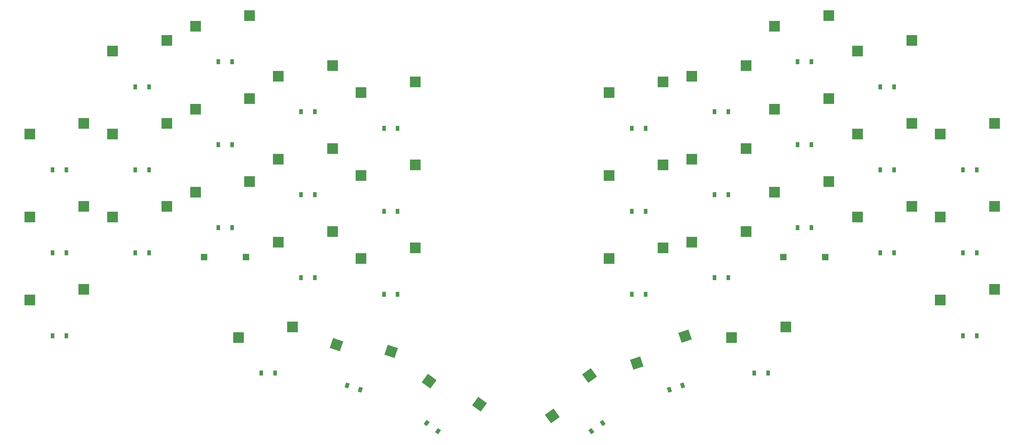
<source format=gbp>
%TF.GenerationSoftware,KiCad,Pcbnew,8.0.1*%
%TF.CreationDate,2024-04-22T06:21:47+12:00*%
%TF.ProjectId,main routed,6d61696e-2072-46f7-9574-65642e6b6963,v1.0.0*%
%TF.SameCoordinates,Original*%
%TF.FileFunction,Paste,Bot*%
%TF.FilePolarity,Positive*%
%FSLAX46Y46*%
G04 Gerber Fmt 4.6, Leading zero omitted, Abs format (unit mm)*
G04 Created by KiCad (PCBNEW 8.0.1) date 2024-04-22 06:21:47*
%MOMM*%
%LPD*%
G01*
G04 APERTURE LIST*
G04 Aperture macros list*
%AMRotRect*
0 Rectangle, with rotation*
0 The origin of the aperture is its center*
0 $1 length*
0 $2 width*
0 $3 Rotation angle, in degrees counterclockwise*
0 Add horizontal line*
21,1,$1,$2,0,0,$3*%
G04 Aperture macros list end*
%ADD10R,2.550000X2.500000*%
%ADD11RotRect,2.550000X2.500000X36.000000*%
%ADD12RotRect,2.550000X2.500000X18.000000*%
%ADD13RotRect,2.550000X2.500000X342.000000*%
%ADD14R,1.500000X1.500000*%
%ADD15RotRect,2.550000X2.500000X324.000000*%
%ADD16R,0.900000X1.200000*%
%ADD17RotRect,0.900000X1.200000X198.000000*%
%ADD18RotRect,0.900000X1.200000X216.000000*%
%ADD19RotRect,0.900000X1.200000X162.000000*%
%ADD20RotRect,0.900000X1.200000X144.000000*%
G04 APERTURE END LIST*
D10*
%TO.C,S25*%
X209335000Y-80584000D03*
X222262000Y-78044000D03*
%TD*%
%TO.C,S28*%
X189575000Y-92471200D03*
X202502000Y-89931200D03*
%TD*%
%TO.C,S14*%
X110687257Y-76621600D03*
X123614257Y-74081600D03*
%TD*%
D11*
%TO.C,S36*%
X156261269Y-133977281D03*
X165226457Y-124324078D03*
%TD*%
D10*
%TO.C,S4*%
X51407257Y-86527600D03*
X64334257Y-83987600D03*
%TD*%
D12*
%TO.C,S35*%
X176413411Y-121341420D03*
X187922816Y-114931074D03*
%TD*%
D13*
%TO.C,S17*%
X104782375Y-116962649D03*
X117861585Y-118541628D03*
%TD*%
D10*
%TO.C,S30*%
X189575000Y-52847200D03*
X202502000Y-50307200D03*
%TD*%
%TO.C,S32*%
X169815000Y-76621600D03*
X182742000Y-74081600D03*
%TD*%
%TO.C,S26*%
X209335000Y-60772000D03*
X222262000Y-58232000D03*
%TD*%
%TO.C,S15*%
X110687257Y-56809600D03*
X123614257Y-54269600D03*
%TD*%
%TO.C,S2*%
X31647257Y-86527600D03*
X44574257Y-83987600D03*
%TD*%
%TO.C,S27*%
X209335000Y-40960000D03*
X222262000Y-38420000D03*
%TD*%
D14*
%TO.C,BATTPAD1*%
X73252257Y-96030000D03*
X83252257Y-96030000D03*
%TD*%
D10*
%TO.C,S11*%
X90927257Y-72659200D03*
X103854257Y-70119200D03*
%TD*%
%TO.C,S1*%
X31647257Y-106339600D03*
X44574257Y-103799600D03*
%TD*%
%TO.C,S21*%
X248855000Y-66715600D03*
X261782000Y-64175600D03*
%TD*%
%TO.C,S24*%
X229095000Y-46903600D03*
X242022000Y-44363600D03*
%TD*%
%TO.C,S6*%
X51407257Y-46903600D03*
X64334257Y-44363600D03*
%TD*%
%TO.C,S29*%
X189575000Y-72659200D03*
X202502000Y-70119200D03*
%TD*%
%TO.C,S13*%
X110687257Y-96433600D03*
X123614257Y-93893600D03*
%TD*%
%TO.C,S20*%
X248855000Y-86527600D03*
X261782000Y-83987600D03*
%TD*%
%TO.C,S8*%
X71167257Y-60772000D03*
X84094257Y-58232000D03*
%TD*%
%TO.C,S7*%
X71167257Y-80584000D03*
X84094257Y-78044000D03*
%TD*%
%TO.C,S23*%
X229095000Y-66715600D03*
X242022000Y-64175600D03*
%TD*%
%TO.C,S33*%
X169815000Y-56809600D03*
X182742000Y-54269600D03*
%TD*%
%TO.C,S5*%
X51407257Y-66715600D03*
X64334257Y-64175600D03*
%TD*%
%TO.C,S12*%
X90927257Y-52847200D03*
X103854257Y-50307200D03*
%TD*%
%TO.C,S34*%
X199075000Y-115283200D03*
X212002000Y-112743200D03*
%TD*%
D15*
%TO.C,S18*%
X126947218Y-125648364D03*
X138898355Y-131191761D03*
%TD*%
D10*
%TO.C,S3*%
X31647257Y-66715600D03*
X44574257Y-64175600D03*
%TD*%
%TO.C,S31*%
X169815000Y-96433600D03*
X182742000Y-93893600D03*
%TD*%
%TO.C,S16*%
X81427257Y-115283200D03*
X94354257Y-112743200D03*
%TD*%
%TO.C,S22*%
X229095000Y-86527600D03*
X242022000Y-83987600D03*
%TD*%
%TO.C,S19*%
X248855000Y-106339600D03*
X261782000Y-103799600D03*
%TD*%
%TO.C,S9*%
X71167257Y-40960000D03*
X84094257Y-38420000D03*
%TD*%
%TO.C,S10*%
X90927257Y-92471200D03*
X103854257Y-89931200D03*
%TD*%
D14*
%TO.C,BATTPAD3*%
X211420000Y-96030000D03*
X221420000Y-96030000D03*
%TD*%
D16*
%TO.C,D25*%
X218070000Y-89067600D03*
X214770000Y-89067600D03*
%TD*%
D17*
%TO.C,D35*%
X187342467Y-126710539D03*
X184203981Y-127730295D03*
%TD*%
D16*
%TO.C,D12*%
X99662257Y-61330800D03*
X96362257Y-61330800D03*
%TD*%
%TO.C,D23*%
X237830000Y-75199200D03*
X234530000Y-75199200D03*
%TD*%
%TO.C,D26*%
X218070000Y-69255600D03*
X214770000Y-69255600D03*
%TD*%
%TO.C,D21*%
X257590000Y-75199200D03*
X254290000Y-75199200D03*
%TD*%
%TO.C,D13*%
X119422257Y-104917200D03*
X116122257Y-104917200D03*
%TD*%
%TO.C,D7*%
X79902257Y-89067600D03*
X76602257Y-89067600D03*
%TD*%
D18*
%TO.C,D36*%
X168314567Y-135706353D03*
X165644811Y-137646045D03*
%TD*%
D16*
%TO.C,D34*%
X207810000Y-123766800D03*
X204510000Y-123766800D03*
%TD*%
D19*
%TO.C,D17*%
X110468277Y-127730295D03*
X107329791Y-126710539D03*
%TD*%
D16*
%TO.C,D28*%
X198310000Y-100954800D03*
X195010000Y-100954800D03*
%TD*%
%TO.C,D27*%
X218070000Y-49443600D03*
X214770000Y-49443600D03*
%TD*%
%TO.C,D33*%
X178550000Y-65293200D03*
X175250000Y-65293200D03*
%TD*%
%TO.C,D20*%
X257590000Y-95011200D03*
X254290000Y-95011200D03*
%TD*%
%TO.C,D2*%
X40382257Y-95011200D03*
X37082257Y-95011200D03*
%TD*%
%TO.C,D8*%
X79902257Y-69255600D03*
X76602257Y-69255600D03*
%TD*%
%TO.C,D16*%
X90162257Y-123766800D03*
X86862257Y-123766800D03*
%TD*%
%TO.C,D5*%
X60142257Y-75199200D03*
X56842257Y-75199200D03*
%TD*%
%TO.C,D14*%
X119422257Y-85105200D03*
X116122257Y-85105200D03*
%TD*%
%TO.C,D30*%
X198310000Y-61330800D03*
X195010000Y-61330800D03*
%TD*%
D20*
%TO.C,D18*%
X129027446Y-137646045D03*
X126357690Y-135706353D03*
%TD*%
D16*
%TO.C,D9*%
X79902257Y-49443600D03*
X76602257Y-49443600D03*
%TD*%
%TO.C,D6*%
X60142257Y-55387200D03*
X56842257Y-55387200D03*
%TD*%
%TO.C,D19*%
X257590000Y-114823200D03*
X254290000Y-114823200D03*
%TD*%
%TO.C,D15*%
X119422257Y-65293200D03*
X116122257Y-65293200D03*
%TD*%
%TO.C,D11*%
X99662257Y-81142800D03*
X96362257Y-81142800D03*
%TD*%
%TO.C,D10*%
X99662257Y-100954800D03*
X96362257Y-100954800D03*
%TD*%
%TO.C,D22*%
X237830000Y-95011200D03*
X234530000Y-95011200D03*
%TD*%
%TO.C,D29*%
X198310000Y-81142800D03*
X195010000Y-81142800D03*
%TD*%
%TO.C,D4*%
X60142257Y-95011200D03*
X56842257Y-95011200D03*
%TD*%
%TO.C,D24*%
X237830000Y-55387200D03*
X234530000Y-55387200D03*
%TD*%
%TO.C,D31*%
X178550000Y-104917200D03*
X175250000Y-104917200D03*
%TD*%
%TO.C,D1*%
X40382257Y-114823200D03*
X37082257Y-114823200D03*
%TD*%
%TO.C,D32*%
X178550000Y-85105200D03*
X175250000Y-85105200D03*
%TD*%
%TO.C,D3*%
X40382257Y-75199200D03*
X37082257Y-75199200D03*
%TD*%
M02*

</source>
